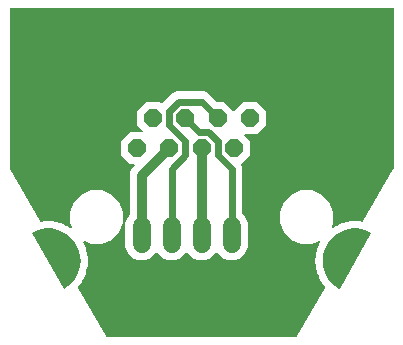
<source format=gbr>
G04 EAGLE Gerber RS-274X export*
G75*
%MOMM*%
%FSLAX34Y34*%
%LPD*%
%INBottom Copper*%
%IPPOS*%
%AMOC8*
5,1,8,0,0,1.08239X$1,22.5*%
G01*
%ADD10P,1.649562X8X22.500000*%
%ADD11C,5.080000*%
%ADD12C,1.000000*%
%ADD13C,1.524000*%
%ADD14C,0.812800*%
%ADD15C,0.609600*%

G36*
X259142Y13072D02*
X259142Y13072D01*
X259210Y13073D01*
X259263Y13091D01*
X259318Y13100D01*
X259378Y13132D01*
X259442Y13155D01*
X259486Y13189D01*
X259536Y13216D01*
X259582Y13265D01*
X259635Y13306D01*
X259682Y13370D01*
X259705Y13394D01*
X259714Y13413D01*
X259735Y13441D01*
X283548Y54689D01*
X283560Y54719D01*
X283578Y54746D01*
X283603Y54834D01*
X283635Y54919D01*
X283637Y54952D01*
X283645Y54983D01*
X283641Y55074D01*
X283644Y55165D01*
X283635Y55196D01*
X283634Y55228D01*
X283581Y55388D01*
X283552Y55450D01*
X283548Y55457D01*
X283545Y55465D01*
X283456Y55607D01*
X282058Y57358D01*
X282052Y57363D01*
X282048Y57371D01*
X281927Y57487D01*
X281599Y57738D01*
X281218Y58397D01*
X281197Y58423D01*
X281154Y58491D01*
X280679Y59086D01*
X280565Y59483D01*
X280561Y59491D01*
X280560Y59499D01*
X280493Y59653D01*
X279372Y61592D01*
X279366Y61599D01*
X279363Y61607D01*
X279261Y61740D01*
X278974Y62038D01*
X278696Y62746D01*
X278679Y62774D01*
X278646Y62848D01*
X278266Y63507D01*
X278212Y63917D01*
X278209Y63925D01*
X278209Y63933D01*
X278166Y64095D01*
X277346Y66180D01*
X277342Y66188D01*
X277340Y66196D01*
X277259Y66343D01*
X277019Y66680D01*
X276850Y67421D01*
X276837Y67452D01*
X276816Y67530D01*
X276538Y68238D01*
X276546Y68652D01*
X276544Y68660D01*
X276546Y68668D01*
X276527Y68835D01*
X276027Y71019D01*
X276024Y71027D01*
X276023Y71035D01*
X275965Y71193D01*
X275778Y71561D01*
X275721Y72320D01*
X275714Y72352D01*
X275704Y72433D01*
X275535Y73174D01*
X275604Y73582D01*
X275604Y73590D01*
X275607Y73599D01*
X275612Y73766D01*
X275444Y76000D01*
X275442Y76008D01*
X275443Y76017D01*
X275408Y76181D01*
X275279Y76574D01*
X275336Y77332D01*
X275333Y77365D01*
X275335Y77446D01*
X275278Y78205D01*
X275407Y78597D01*
X275409Y78606D01*
X275413Y78614D01*
X275443Y78779D01*
X275610Y81012D01*
X275609Y81021D01*
X275611Y81029D01*
X275601Y81197D01*
X275532Y81604D01*
X275701Y82346D01*
X275703Y82379D01*
X275718Y82459D01*
X275775Y83217D01*
X275961Y83586D01*
X275963Y83594D01*
X275968Y83601D01*
X276023Y83760D01*
X276521Y85944D01*
X276522Y85953D01*
X276525Y85961D01*
X276540Y86128D01*
X276532Y86541D01*
X276810Y87249D01*
X276817Y87281D01*
X276843Y87358D01*
X277012Y88100D01*
X277252Y88437D01*
X277255Y88445D01*
X277261Y88451D01*
X277339Y88599D01*
X278157Y90685D01*
X278159Y90693D01*
X278163Y90701D01*
X278203Y90864D01*
X278257Y91274D01*
X278637Y91933D01*
X278649Y91963D01*
X278686Y92035D01*
X278964Y92743D01*
X278970Y92749D01*
X279021Y92824D01*
X279079Y92893D01*
X279091Y92924D01*
X279110Y92952D01*
X279135Y93039D01*
X279167Y93123D01*
X279168Y93156D01*
X279178Y93188D01*
X279174Y93278D01*
X279177Y93369D01*
X279168Y93401D01*
X279167Y93434D01*
X279134Y93518D01*
X279109Y93605D01*
X279090Y93632D01*
X279078Y93663D01*
X279020Y93733D01*
X278969Y93807D01*
X278942Y93827D01*
X278921Y93852D01*
X278844Y93900D01*
X278771Y93954D01*
X278740Y93964D01*
X278711Y93982D01*
X278623Y94002D01*
X278537Y94030D01*
X278504Y94030D01*
X278472Y94037D01*
X278382Y94028D01*
X278291Y94027D01*
X278251Y94016D01*
X278227Y94013D01*
X278198Y94000D01*
X278130Y93981D01*
X272477Y91639D01*
X263463Y91639D01*
X255134Y95089D01*
X248759Y101464D01*
X245309Y109793D01*
X245309Y118807D01*
X248759Y127136D01*
X255134Y133511D01*
X263463Y136961D01*
X272477Y136961D01*
X280806Y133511D01*
X287181Y127136D01*
X290631Y118807D01*
X290631Y109793D01*
X289121Y106149D01*
X289115Y106123D01*
X289103Y106099D01*
X289087Y106003D01*
X289065Y105909D01*
X289068Y105883D01*
X289063Y105856D01*
X289079Y105761D01*
X289088Y105664D01*
X289099Y105640D01*
X289104Y105614D01*
X289149Y105528D01*
X289188Y105440D01*
X289206Y105420D01*
X289219Y105396D01*
X289289Y105330D01*
X289355Y105258D01*
X289378Y105246D01*
X289398Y105227D01*
X289485Y105187D01*
X289570Y105140D01*
X289597Y105135D01*
X289621Y105124D01*
X289717Y105113D01*
X289812Y105096D01*
X289839Y105100D01*
X289865Y105097D01*
X289960Y105118D01*
X290056Y105132D01*
X290079Y105144D01*
X290106Y105150D01*
X290254Y105229D01*
X290995Y105734D01*
X291001Y105740D01*
X291009Y105744D01*
X291133Y105856D01*
X291409Y106164D01*
X292094Y106495D01*
X292121Y106513D01*
X292193Y106551D01*
X292821Y106980D01*
X293226Y107065D01*
X293234Y107068D01*
X293242Y107068D01*
X293401Y107124D01*
X295418Y108097D01*
X295425Y108102D01*
X295434Y108104D01*
X295574Y108196D01*
X295892Y108460D01*
X296619Y108685D01*
X296649Y108699D01*
X296725Y108726D01*
X297410Y109057D01*
X297823Y109080D01*
X297831Y109082D01*
X297840Y109081D01*
X298005Y109113D01*
X300145Y109774D01*
X300153Y109777D01*
X300161Y109779D01*
X300162Y109779D01*
X300165Y109780D01*
X300313Y109849D01*
X300667Y110063D01*
X301420Y110176D01*
X301451Y110186D01*
X301531Y110202D01*
X302257Y110426D01*
X302669Y110387D01*
X302678Y110388D01*
X302686Y110386D01*
X302854Y110393D01*
X305069Y110727D01*
X305077Y110730D01*
X305085Y110730D01*
X305246Y110777D01*
X305628Y110935D01*
X306389Y110935D01*
X306422Y110941D01*
X306502Y110944D01*
X307255Y111058D01*
X307656Y110958D01*
X307665Y110957D01*
X307672Y110954D01*
X307839Y110936D01*
X310079Y110937D01*
X310088Y110938D01*
X310096Y110937D01*
X310263Y110959D01*
X310664Y111059D01*
X311416Y110945D01*
X311449Y110946D01*
X311529Y110937D01*
X312290Y110937D01*
X312672Y110779D01*
X312681Y110777D01*
X312688Y110773D01*
X312850Y110730D01*
X315065Y110397D01*
X315074Y110397D01*
X315082Y110394D01*
X315250Y110392D01*
X315342Y110400D01*
X315373Y110408D01*
X315405Y110409D01*
X315492Y110439D01*
X315580Y110463D01*
X315607Y110480D01*
X315637Y110491D01*
X315709Y110547D01*
X315786Y110597D01*
X315806Y110623D01*
X315831Y110642D01*
X315930Y110777D01*
X341507Y155080D01*
X341548Y155187D01*
X341591Y155294D01*
X341592Y155304D01*
X341594Y155310D01*
X341595Y155332D01*
X341609Y155460D01*
X341609Y290978D01*
X341606Y290998D01*
X341608Y291017D01*
X341586Y291119D01*
X341570Y291221D01*
X341560Y291238D01*
X341556Y291258D01*
X341503Y291347D01*
X341454Y291438D01*
X341440Y291452D01*
X341430Y291469D01*
X341351Y291536D01*
X341276Y291608D01*
X341258Y291616D01*
X341243Y291629D01*
X341147Y291668D01*
X341053Y291711D01*
X341033Y291713D01*
X341015Y291721D01*
X340848Y291739D01*
X17292Y291739D01*
X17272Y291736D01*
X17253Y291738D01*
X17151Y291716D01*
X17049Y291700D01*
X17032Y291690D01*
X17012Y291686D01*
X16923Y291633D01*
X16832Y291584D01*
X16818Y291570D01*
X16801Y291560D01*
X16734Y291481D01*
X16662Y291406D01*
X16654Y291388D01*
X16641Y291373D01*
X16602Y291277D01*
X16559Y291183D01*
X16557Y291163D01*
X16549Y291145D01*
X16531Y290978D01*
X16531Y155460D01*
X16549Y155347D01*
X16565Y155233D01*
X16569Y155224D01*
X16570Y155218D01*
X16581Y155198D01*
X16633Y155080D01*
X42210Y110777D01*
X42230Y110753D01*
X42244Y110724D01*
X42308Y110658D01*
X42366Y110587D01*
X42393Y110570D01*
X42415Y110547D01*
X42496Y110505D01*
X42574Y110456D01*
X42605Y110449D01*
X42634Y110434D01*
X42798Y110400D01*
X42890Y110392D01*
X42899Y110392D01*
X42907Y110390D01*
X43075Y110397D01*
X45290Y110730D01*
X45298Y110732D01*
X45307Y110733D01*
X45468Y110779D01*
X45850Y110937D01*
X46611Y110937D01*
X46643Y110942D01*
X46724Y110945D01*
X47476Y111059D01*
X47877Y110959D01*
X47886Y110958D01*
X47894Y110955D01*
X48061Y110937D01*
X50301Y110936D01*
X50309Y110937D01*
X50318Y110936D01*
X50484Y110958D01*
X50885Y111058D01*
X51638Y110944D01*
X51671Y110944D01*
X51751Y110935D01*
X52512Y110935D01*
X52894Y110777D01*
X52902Y110775D01*
X52909Y110770D01*
X53071Y110727D01*
X55286Y110393D01*
X55295Y110393D01*
X55303Y110390D01*
X55471Y110387D01*
X55883Y110426D01*
X56609Y110202D01*
X56642Y110197D01*
X56720Y110176D01*
X57473Y110063D01*
X57827Y109849D01*
X57835Y109846D01*
X57841Y109840D01*
X57995Y109774D01*
X60135Y109113D01*
X60144Y109111D01*
X60152Y109108D01*
X60317Y109080D01*
X60730Y109057D01*
X61415Y108726D01*
X61447Y108717D01*
X61521Y108685D01*
X62248Y108460D01*
X62566Y108196D01*
X62574Y108192D01*
X62579Y108186D01*
X62722Y108097D01*
X64739Y107124D01*
X64748Y107122D01*
X64755Y107117D01*
X64914Y107065D01*
X65319Y106980D01*
X65947Y106551D01*
X65977Y106538D01*
X66046Y106495D01*
X66731Y106164D01*
X67007Y105856D01*
X67013Y105850D01*
X67018Y105843D01*
X67145Y105734D01*
X67886Y105229D01*
X67911Y105217D01*
X67931Y105200D01*
X68021Y105166D01*
X68109Y105125D01*
X68136Y105122D01*
X68161Y105112D01*
X68257Y105108D01*
X68354Y105097D01*
X68380Y105103D01*
X68406Y105102D01*
X68500Y105129D01*
X68594Y105149D01*
X68617Y105163D01*
X68643Y105170D01*
X68722Y105225D01*
X68805Y105275D01*
X68823Y105295D01*
X68845Y105310D01*
X68903Y105388D01*
X68966Y105462D01*
X68976Y105486D01*
X68992Y105508D01*
X69022Y105600D01*
X69058Y105690D01*
X69059Y105716D01*
X69068Y105742D01*
X69067Y105839D01*
X69073Y105935D01*
X69066Y105961D01*
X69065Y105988D01*
X69019Y106149D01*
X67509Y109793D01*
X67509Y118807D01*
X70959Y127136D01*
X77334Y133511D01*
X85663Y136961D01*
X94677Y136961D01*
X103006Y133511D01*
X109381Y127136D01*
X112831Y118807D01*
X112831Y109793D01*
X109381Y101464D01*
X103006Y95089D01*
X94677Y91639D01*
X85663Y91639D01*
X80010Y93981D01*
X79922Y94001D01*
X79836Y94030D01*
X79803Y94029D01*
X79770Y94037D01*
X79680Y94028D01*
X79590Y94028D01*
X79559Y94017D01*
X79525Y94014D01*
X79443Y93977D01*
X79358Y93948D01*
X79331Y93927D01*
X79301Y93914D01*
X79234Y93853D01*
X79163Y93798D01*
X79144Y93770D01*
X79119Y93747D01*
X79076Y93668D01*
X79026Y93593D01*
X79017Y93561D01*
X79001Y93532D01*
X78985Y93443D01*
X78961Y93356D01*
X78963Y93323D01*
X78957Y93290D01*
X78970Y93201D01*
X78976Y93111D01*
X78988Y93080D01*
X78993Y93047D01*
X79034Y92966D01*
X79068Y92882D01*
X79094Y92849D01*
X79104Y92827D01*
X79127Y92805D01*
X79170Y92750D01*
X79176Y92743D01*
X79454Y92035D01*
X79470Y92007D01*
X79503Y91933D01*
X79883Y91274D01*
X79937Y90864D01*
X79939Y90855D01*
X79939Y90847D01*
X79983Y90685D01*
X80801Y88599D01*
X80805Y88592D01*
X80807Y88584D01*
X80888Y88437D01*
X81128Y88100D01*
X81297Y87358D01*
X81309Y87327D01*
X81330Y87249D01*
X81608Y86541D01*
X81600Y86128D01*
X81601Y86119D01*
X81600Y86111D01*
X81619Y85944D01*
X82117Y83760D01*
X82120Y83752D01*
X82121Y83743D01*
X82179Y83586D01*
X82365Y83217D01*
X82422Y82459D01*
X82430Y82427D01*
X82439Y82346D01*
X82608Y81604D01*
X82539Y81197D01*
X82539Y81188D01*
X82536Y81180D01*
X82530Y81012D01*
X82697Y78779D01*
X82699Y78770D01*
X82698Y78762D01*
X82732Y78597D01*
X82862Y78205D01*
X82805Y77446D01*
X82807Y77413D01*
X82804Y77332D01*
X82861Y76574D01*
X82732Y76181D01*
X82730Y76173D01*
X82727Y76165D01*
X82696Y76000D01*
X82528Y73766D01*
X82528Y73758D01*
X82526Y73749D01*
X82536Y73582D01*
X82605Y73174D01*
X82436Y72433D01*
X82434Y72400D01*
X82419Y72320D01*
X82362Y71562D01*
X82175Y71193D01*
X82173Y71184D01*
X82168Y71177D01*
X82113Y71019D01*
X81613Y68835D01*
X81613Y68827D01*
X81610Y68819D01*
X81594Y68651D01*
X81602Y68238D01*
X81324Y67530D01*
X81317Y67498D01*
X81290Y67421D01*
X81121Y66680D01*
X80881Y66343D01*
X80878Y66335D01*
X80872Y66329D01*
X80794Y66180D01*
X79974Y64095D01*
X79973Y64087D01*
X79968Y64079D01*
X79928Y63917D01*
X79874Y63507D01*
X79494Y62848D01*
X79482Y62817D01*
X79444Y62746D01*
X79166Y62038D01*
X78879Y61740D01*
X78874Y61733D01*
X78868Y61728D01*
X78768Y61592D01*
X77648Y59653D01*
X77644Y59645D01*
X77639Y59638D01*
X77575Y59483D01*
X77461Y59086D01*
X76986Y58491D01*
X76970Y58462D01*
X76922Y58397D01*
X76541Y57738D01*
X76213Y57487D01*
X76207Y57481D01*
X76200Y57476D01*
X76082Y57358D01*
X74684Y55607D01*
X74680Y55599D01*
X74674Y55593D01*
X74588Y55450D01*
X74559Y55388D01*
X74551Y55356D01*
X74535Y55328D01*
X74518Y55238D01*
X74494Y55150D01*
X74496Y55118D01*
X74490Y55086D01*
X74503Y54996D01*
X74508Y54905D01*
X74520Y54875D01*
X74524Y54843D01*
X74592Y54689D01*
X98405Y13441D01*
X98448Y13389D01*
X98483Y13331D01*
X98525Y13295D01*
X98561Y13251D01*
X98618Y13215D01*
X98670Y13171D01*
X98722Y13150D01*
X98769Y13120D01*
X98835Y13104D01*
X98898Y13079D01*
X98977Y13070D01*
X99009Y13063D01*
X99029Y13065D01*
X99065Y13061D01*
X259075Y13061D01*
X259142Y13072D01*
G37*
%LPC*%
G36*
X125542Y77723D02*
X125542Y77723D01*
X120500Y79812D01*
X116642Y83670D01*
X114553Y88712D01*
X114553Y109408D01*
X116642Y114450D01*
X117886Y115695D01*
X117939Y115769D01*
X117999Y115838D01*
X118011Y115868D01*
X118030Y115894D01*
X118057Y115981D01*
X118091Y116066D01*
X118095Y116107D01*
X118102Y116130D01*
X118101Y116162D01*
X118109Y116233D01*
X118109Y151373D01*
X119656Y155108D01*
X122252Y157704D01*
X122294Y157762D01*
X122344Y157814D01*
X122365Y157861D01*
X122396Y157903D01*
X122417Y157972D01*
X122447Y158037D01*
X122453Y158089D01*
X122468Y158139D01*
X122466Y158210D01*
X122474Y158281D01*
X122463Y158332D01*
X122462Y158384D01*
X122437Y158452D01*
X122422Y158522D01*
X122395Y158567D01*
X122377Y158615D01*
X122333Y158671D01*
X122296Y158733D01*
X122256Y158767D01*
X122224Y158807D01*
X122163Y158846D01*
X122109Y158893D01*
X122061Y158912D01*
X122017Y158940D01*
X121947Y158958D01*
X121881Y158985D01*
X121809Y158993D01*
X121778Y159001D01*
X121755Y158999D01*
X121714Y159003D01*
X118524Y159003D01*
X110489Y167038D01*
X110489Y178402D01*
X118524Y186437D01*
X128369Y186437D01*
X128440Y186448D01*
X128512Y186450D01*
X128560Y186468D01*
X128612Y186476D01*
X128675Y186510D01*
X128743Y186535D01*
X128783Y186567D01*
X128829Y186592D01*
X128879Y186644D01*
X128935Y186688D01*
X128963Y186732D01*
X128999Y186770D01*
X129029Y186835D01*
X129068Y186895D01*
X129080Y186946D01*
X129102Y186993D01*
X129110Y187064D01*
X129128Y187134D01*
X129124Y187186D01*
X129129Y187237D01*
X129114Y187308D01*
X129108Y187379D01*
X129088Y187427D01*
X129077Y187478D01*
X129040Y187539D01*
X129012Y187605D01*
X128967Y187661D01*
X128951Y187689D01*
X128933Y187704D01*
X128907Y187736D01*
X124205Y192438D01*
X124205Y203802D01*
X132240Y211837D01*
X143604Y211837D01*
X144634Y210806D01*
X144650Y210795D01*
X144663Y210779D01*
X144750Y210723D01*
X144834Y210663D01*
X144853Y210657D01*
X144869Y210646D01*
X144970Y210621D01*
X145069Y210591D01*
X145089Y210591D01*
X145108Y210586D01*
X145211Y210594D01*
X145315Y210597D01*
X145333Y210604D01*
X145353Y210605D01*
X145448Y210646D01*
X145546Y210681D01*
X145561Y210694D01*
X145580Y210702D01*
X145710Y210806D01*
X154493Y219589D01*
X157854Y220981D01*
X180889Y220981D01*
X184250Y219589D01*
X191779Y212060D01*
X191853Y212007D01*
X191922Y211947D01*
X191952Y211935D01*
X191979Y211916D01*
X192066Y211889D01*
X192150Y211855D01*
X192191Y211851D01*
X192214Y211844D01*
X192246Y211845D01*
X192317Y211837D01*
X198468Y211837D01*
X205964Y204341D01*
X205980Y204329D01*
X205992Y204313D01*
X206064Y204267D01*
X206090Y204245D01*
X206105Y204239D01*
X206163Y204197D01*
X206182Y204191D01*
X206199Y204180D01*
X206300Y204155D01*
X206399Y204125D01*
X206418Y204125D01*
X206438Y204120D01*
X206541Y204128D01*
X206644Y204131D01*
X206663Y204138D01*
X206683Y204140D01*
X206778Y204180D01*
X206875Y204216D01*
X206891Y204228D01*
X206909Y204236D01*
X206971Y204285D01*
X206979Y204289D01*
X206988Y204299D01*
X207040Y204341D01*
X214536Y211837D01*
X225900Y211837D01*
X233935Y203802D01*
X233935Y192438D01*
X225900Y184403D01*
X216055Y184403D01*
X215984Y184392D01*
X215912Y184390D01*
X215864Y184372D01*
X215812Y184364D01*
X215749Y184330D01*
X215681Y184305D01*
X215641Y184273D01*
X215595Y184248D01*
X215545Y184196D01*
X215489Y184152D01*
X215461Y184108D01*
X215425Y184070D01*
X215395Y184005D01*
X215356Y183945D01*
X215344Y183894D01*
X215322Y183847D01*
X215314Y183776D01*
X215296Y183706D01*
X215300Y183654D01*
X215295Y183603D01*
X215310Y183532D01*
X215316Y183461D01*
X215336Y183413D01*
X215347Y183362D01*
X215384Y183301D01*
X215412Y183235D01*
X215457Y183179D01*
X215473Y183151D01*
X215491Y183136D01*
X215517Y183104D01*
X220219Y178402D01*
X220219Y167038D01*
X213019Y159839D01*
X212952Y159745D01*
X212881Y159650D01*
X212879Y159644D01*
X212876Y159639D01*
X212842Y159528D01*
X212805Y159416D01*
X212805Y159410D01*
X212803Y159404D01*
X212806Y159287D01*
X212808Y159170D01*
X212810Y159163D01*
X212810Y159158D01*
X212816Y159141D01*
X212854Y159009D01*
X213615Y157174D01*
X213615Y117249D01*
X213629Y117159D01*
X213637Y117068D01*
X213649Y117038D01*
X213654Y117006D01*
X213697Y116926D01*
X213733Y116842D01*
X213759Y116810D01*
X213770Y116789D01*
X213793Y116767D01*
X213838Y116711D01*
X216098Y114450D01*
X218187Y109408D01*
X218187Y88712D01*
X216098Y83670D01*
X212240Y79812D01*
X207198Y77723D01*
X201742Y77723D01*
X196700Y79812D01*
X192842Y83670D01*
X192473Y84559D01*
X192436Y84620D01*
X192406Y84685D01*
X192371Y84724D01*
X192344Y84768D01*
X192289Y84814D01*
X192240Y84867D01*
X192194Y84892D01*
X192154Y84925D01*
X192087Y84951D01*
X192024Y84985D01*
X191973Y84994D01*
X191925Y85013D01*
X191853Y85016D01*
X191782Y85029D01*
X191731Y85021D01*
X191679Y85023D01*
X191610Y85004D01*
X191539Y84993D01*
X191493Y84969D01*
X191443Y84955D01*
X191384Y84914D01*
X191320Y84882D01*
X191283Y84844D01*
X191241Y84815D01*
X191198Y84757D01*
X191148Y84706D01*
X191113Y84643D01*
X191094Y84617D01*
X191087Y84595D01*
X191067Y84559D01*
X190698Y83670D01*
X186840Y79812D01*
X181798Y77723D01*
X176342Y77723D01*
X171300Y79812D01*
X167442Y83670D01*
X167073Y84559D01*
X167036Y84620D01*
X167006Y84685D01*
X166971Y84724D01*
X166944Y84768D01*
X166889Y84814D01*
X166840Y84867D01*
X166794Y84892D01*
X166754Y84925D01*
X166687Y84951D01*
X166624Y84985D01*
X166573Y84994D01*
X166525Y85013D01*
X166453Y85016D01*
X166382Y85029D01*
X166331Y85021D01*
X166279Y85023D01*
X166210Y85004D01*
X166139Y84993D01*
X166093Y84969D01*
X166043Y84955D01*
X165984Y84914D01*
X165920Y84882D01*
X165883Y84844D01*
X165841Y84815D01*
X165798Y84757D01*
X165748Y84706D01*
X165713Y84643D01*
X165694Y84617D01*
X165687Y84595D01*
X165667Y84559D01*
X165298Y83670D01*
X161440Y79812D01*
X156398Y77723D01*
X150942Y77723D01*
X145900Y79812D01*
X142042Y83670D01*
X141673Y84559D01*
X141636Y84620D01*
X141606Y84685D01*
X141571Y84724D01*
X141544Y84768D01*
X141489Y84814D01*
X141440Y84867D01*
X141394Y84892D01*
X141354Y84925D01*
X141287Y84951D01*
X141224Y84985D01*
X141173Y84994D01*
X141125Y85013D01*
X141053Y85016D01*
X140982Y85029D01*
X140931Y85021D01*
X140879Y85023D01*
X140810Y85004D01*
X140739Y84993D01*
X140693Y84969D01*
X140643Y84955D01*
X140584Y84914D01*
X140520Y84882D01*
X140483Y84844D01*
X140441Y84815D01*
X140398Y84757D01*
X140348Y84706D01*
X140313Y84643D01*
X140294Y84617D01*
X140287Y84595D01*
X140267Y84559D01*
X139898Y83670D01*
X136040Y79812D01*
X130998Y77723D01*
X125542Y77723D01*
G37*
%LPD*%
G36*
X295498Y53511D02*
X295498Y53511D01*
X295571Y53511D01*
X295596Y53522D01*
X295623Y53525D01*
X295687Y53561D01*
X295754Y53589D01*
X295773Y53609D01*
X295796Y53622D01*
X295864Y53703D01*
X295892Y53733D01*
X295895Y53742D01*
X295902Y53751D01*
X322902Y100551D01*
X322911Y100576D01*
X322927Y100599D01*
X322942Y100670D01*
X322966Y100739D01*
X322963Y100766D01*
X322969Y100793D01*
X322956Y100864D01*
X322950Y100937D01*
X322937Y100962D01*
X322932Y100988D01*
X322892Y101049D01*
X322858Y101114D01*
X322837Y101131D01*
X322822Y101154D01*
X322736Y101215D01*
X322705Y101240D01*
X322696Y101243D01*
X322686Y101250D01*
X319048Y103001D01*
X319017Y103008D01*
X318979Y103028D01*
X315120Y104217D01*
X315088Y104220D01*
X315047Y104233D01*
X311054Y104834D01*
X311023Y104832D01*
X310980Y104839D01*
X306942Y104838D01*
X306911Y104832D01*
X306868Y104832D01*
X302876Y104229D01*
X302846Y104218D01*
X302803Y104213D01*
X298945Y103021D01*
X298917Y103006D01*
X298876Y102994D01*
X295238Y101241D01*
X295213Y101222D01*
X295174Y101204D01*
X291838Y98928D01*
X291816Y98905D01*
X291780Y98882D01*
X288821Y96134D01*
X288802Y96109D01*
X288770Y96080D01*
X286254Y92922D01*
X286239Y92894D01*
X286212Y92860D01*
X284194Y89363D01*
X284184Y89333D01*
X284162Y89296D01*
X282688Y85537D01*
X282682Y85505D01*
X282666Y85465D01*
X281769Y81529D01*
X281768Y81497D01*
X281758Y81455D01*
X281457Y77429D01*
X281461Y77397D01*
X281457Y77354D01*
X281760Y73328D01*
X281769Y73297D01*
X281771Y73254D01*
X282671Y69318D01*
X282684Y69289D01*
X282693Y69246D01*
X284169Y65488D01*
X284187Y65461D01*
X284202Y65421D01*
X286222Y61925D01*
X286243Y61901D01*
X286264Y61863D01*
X288782Y58707D01*
X288807Y58687D01*
X288833Y58653D01*
X291794Y55907D01*
X291821Y55891D01*
X291852Y55861D01*
X295189Y53587D01*
X295214Y53577D01*
X295235Y53560D01*
X295305Y53539D01*
X295372Y53510D01*
X295400Y53511D01*
X295426Y53503D01*
X295498Y53511D01*
G37*
G36*
X62674Y53510D02*
X62674Y53510D01*
X62747Y53507D01*
X62773Y53516D01*
X62800Y53518D01*
X62896Y53562D01*
X62934Y53576D01*
X62941Y53583D01*
X62951Y53587D01*
X66288Y55861D01*
X66310Y55884D01*
X66346Y55907D01*
X69307Y58653D01*
X69326Y58679D01*
X69358Y58707D01*
X71876Y61863D01*
X71891Y61892D01*
X71918Y61925D01*
X73938Y65421D01*
X73948Y65451D01*
X73971Y65488D01*
X75447Y69246D01*
X75452Y69278D01*
X75469Y69318D01*
X76369Y73254D01*
X76369Y73286D01*
X76380Y73328D01*
X76683Y77354D01*
X76679Y77385D01*
X76683Y77429D01*
X76382Y81455D01*
X76374Y81486D01*
X76371Y81529D01*
X75474Y85465D01*
X75461Y85494D01*
X75452Y85537D01*
X73978Y89296D01*
X73961Y89323D01*
X73946Y89363D01*
X71928Y92860D01*
X71907Y92884D01*
X71886Y92922D01*
X69370Y96080D01*
X69345Y96100D01*
X69319Y96134D01*
X66360Y98882D01*
X66333Y98898D01*
X66302Y98928D01*
X62966Y101204D01*
X62937Y101216D01*
X62902Y101241D01*
X59265Y102994D01*
X59234Y103002D01*
X59195Y103021D01*
X55337Y104213D01*
X55305Y104216D01*
X55264Y104229D01*
X51272Y104832D01*
X51240Y104831D01*
X51198Y104838D01*
X47160Y104839D01*
X47129Y104833D01*
X47086Y104834D01*
X43093Y104233D01*
X43063Y104222D01*
X43020Y104217D01*
X39161Y103028D01*
X39133Y103013D01*
X39092Y103001D01*
X35454Y101250D01*
X35432Y101233D01*
X35406Y101224D01*
X35353Y101174D01*
X35295Y101130D01*
X35282Y101106D01*
X35262Y101087D01*
X35232Y101021D01*
X35196Y100957D01*
X35193Y100930D01*
X35182Y100905D01*
X35181Y100832D01*
X35172Y100760D01*
X35180Y100734D01*
X35180Y100706D01*
X35216Y100608D01*
X35228Y100569D01*
X35234Y100561D01*
X35238Y100551D01*
X62238Y53751D01*
X62256Y53730D01*
X62267Y53705D01*
X62321Y53656D01*
X62369Y53602D01*
X62394Y53590D01*
X62414Y53571D01*
X62483Y53547D01*
X62549Y53516D01*
X62576Y53515D01*
X62601Y53505D01*
X62674Y53510D01*
G37*
D10*
X124206Y172720D03*
X151638Y172720D03*
X179070Y172720D03*
X206502Y172720D03*
X233934Y172720D03*
X137922Y198120D03*
X165354Y198120D03*
X192786Y198120D03*
X220218Y198120D03*
D11*
X53848Y185420D03*
X304292Y185420D03*
D12*
X302970Y80900D03*
X55170Y80900D03*
D13*
X229870Y91440D02*
X229870Y106680D01*
X204470Y106680D02*
X204470Y91440D01*
X179070Y91440D02*
X179070Y106680D01*
X153670Y106680D02*
X153670Y91440D01*
X128270Y91440D02*
X128270Y106680D01*
D14*
X179070Y99060D02*
X179070Y172720D01*
D15*
X192786Y178401D02*
X184751Y186436D01*
X177038Y186436D01*
X165354Y198120D01*
X192786Y178401D02*
X192786Y167039D01*
X204470Y155355D01*
X204470Y99060D01*
X151638Y192439D02*
X151638Y203801D01*
X165354Y167039D02*
X153670Y155355D01*
X165354Y167039D02*
X165354Y178723D01*
X151638Y192439D01*
X159673Y211836D02*
X179070Y211836D01*
X192786Y198120D01*
X159673Y211836D02*
X151638Y203801D01*
X153670Y155355D02*
X153670Y99060D01*
D14*
X128270Y149352D02*
X151638Y172720D01*
X128270Y149352D02*
X128270Y99060D01*
M02*

</source>
